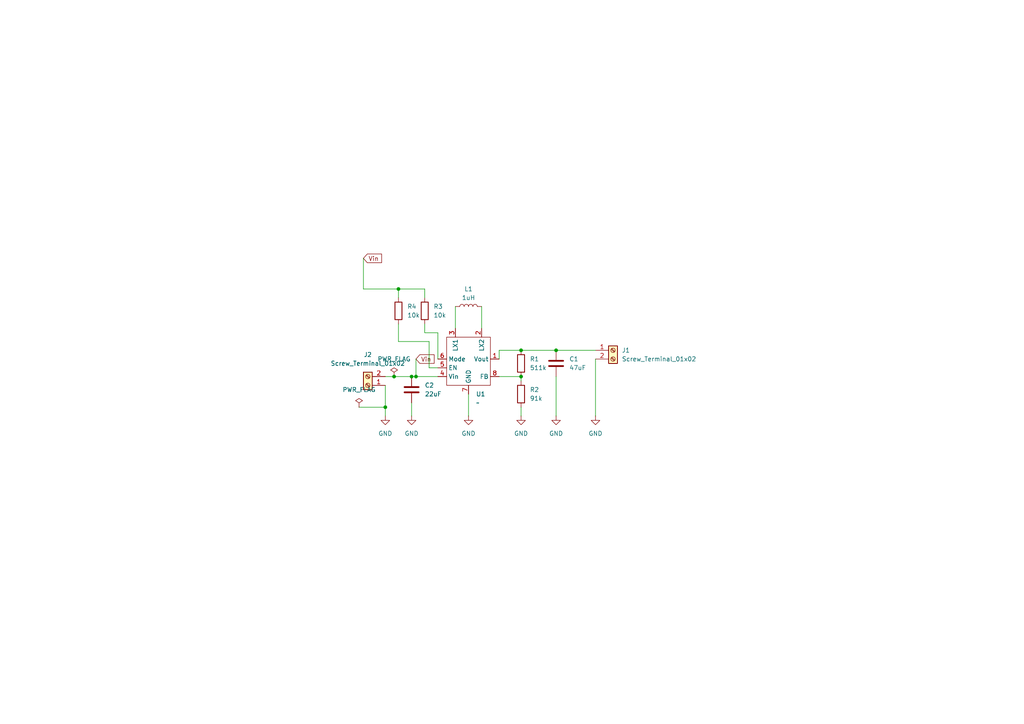
<source format=kicad_sch>
(kicad_sch (version 20250114) (generator "eeschema") (generator_version "9.0")
  (paper "A4")
  (lib_symbols
    (symbol "Connector:Screw_Terminal_01x02" (pin_names (offset 1.016) (hide yes))
      (property "Reference" "J" (at 0 2.54 0))
      (property "Value" "Screw_Terminal_01x02" (at 0 -5.08 0))
      (symbol "Screw_Terminal_01x02_1_1"
        (rectangle (start -1.27 1.27) (end 1.27 -3.81) (stroke (width 0.254)) (fill (type background)))
        (polyline (pts (xy -0.5334 0.3302) (xy 0.3302 -0.508)) (stroke (width 0.1524)))
        (polyline (pts (xy -0.5334 -2.2098) (xy 0.3302 -3.048)) (stroke (width 0.1524)))
        (polyline (pts (xy -0.3556 0.508) (xy 0.508 -0.3302)) (stroke (width 0.1524)))
        (polyline (pts (xy -0.3556 -2.032) (xy 0.508 -2.8702)) (stroke (width 0.1524)))
        (circle (center 0 0) (radius 0.635) (stroke (width 0.1524)))
        (circle (center 0 -2.54) (radius 0.635) (stroke (width 0.1524)))
        (pin passive line (at -5.08 0 0) (length 3.81) (name "Pin_1") (number "1"))
        (pin passive line (at -5.08 -2.54 0) (length 3.81) (name "Pin_2") (number "2"))
      )
    )
    (symbol "Device:C" (pin_numbers (hide yes)) (pin_names (offset 0.254))
      (property "Reference" "C" (at 0.635 2.54 0))
      (property "Value" "C" (at 0.635 -2.54 0))
      (symbol "C_0_1"
        (polyline (pts (xy -2.032 0.762) (xy 2.032 0.762)) (stroke (width 0.508)))
        (polyline (pts (xy -2.032 -0.762) (xy 2.032 -0.762)) (stroke (width 0.508)))
      )
      (symbol "C_1_1"
        (pin passive line (at 0 3.81 270) (length 2.794) (name "~") (number "1"))
        (pin passive line (at 0 -3.81 90) (length 2.794) (name "~") (number "2"))
      )
    )
    (symbol "Device:L" (pin_numbers (hide yes)) (pin_names (offset 1.016) (hide yes))
      (property "Reference" "L" (at -1.27 0 90))
      (property "Value" "L" (at 1.905 0 90))
      (symbol "L_0_1"
        (arc (start 0 2.54) (mid 0.6323 1.905) (end 0 1.27))
        (arc (start 0 1.27) (mid 0.6323 0.635) (end 0 0))
        (arc (start 0 0) (mid 0.6323 -0.635) (end 0 -1.27))
        (arc (start 0 -1.27) (mid 0.6323 -1.905) (end 0 -2.54))
      )
      (symbol "L_1_1"
        (pin passive line (at 0 3.81 270) (length 1.27) (name "1") (number "1"))
        (pin passive line (at 0 -3.81 90) (length 1.27) (name "2") (number "2"))
      )
    )
    (symbol "Device:R" (pin_numbers (hide yes)) (pin_names (offset 0))
      (property "Reference" "R" (at 2.032 0 90))
      (property "Value" "R" (at 0 0 90))
      (symbol "R_0_1"
        (rectangle (start -1.016 -2.54) (end 1.016 2.54) (stroke (width 0.254)))
      )
      (symbol "R_1_1"
        (pin passive line (at 0 3.81 270) (length 1.27) (name "~") (number "1"))
        (pin passive line (at 0 -3.81 90) (length 1.27) (name "~") (number "2"))
      )
    )
    (symbol "TPS631000:TPS631000"
      (property "Reference" "U" (at 0 6.35 0))
      (symbol "TPS631000_0_1"
        (rectangle (start -6.35 7.62) (end 6.35 -6.35))
      )
      (symbol "TPS631000_1_1"
        (pin input line (at -8.89 1.27 0) (length 2.54) (name "Mode") (number "6"))
        (pin input line (at -8.89 -1.27 0) (length 2.54) (name "EN") (number "5"))
        (pin power_in line (at -8.89 -3.81 0) (length 2.54) (name "Vin") (number "4"))
        (pin power_out line (at -3.81 10.16 270) (length 2.54) (name "LX1") (number "3"))
        (pin power_in line (at 0 -8.89 90) (length 2.54) (name "GND") (number "7"))
        (pin power_out line (at 3.81 10.16 270) (length 2.54) (name "LX2") (number "2"))
        (pin power_out line (at 8.89 1.27 180) (length 2.54) (name "Vout") (number "1"))
        (pin input line (at 8.89 -3.81 180) (length 2.54) (name "FB") (number "8"))
      )
    )
    (symbol "power:GND" (power) (pin_numbers (hide yes)) (pin_names (offset 0) (hide yes))
      (property "Value" "GND" (at 0 -3.81 0))
      (symbol "GND_0_1"
        (polyline (pts (xy 0 0) (xy 0 -1.27) (xy 1.27 -1.27) (xy 0 -2.54) (xy -1.27 -1.27) (xy 0 -1.27)))
      )
      (symbol "GND_1_1"
        (pin power_in line (at 0 0 270) (length 0) (name "~") (number "1"))
      )
    )
    (symbol "power:PWR_FLAG" (power) (pin_numbers (hide yes)) (pin_names (offset 0) (hide yes))
      (property "Value" "PWR_FLAG" (at 0 3.81 0))
      (symbol "PWR_FLAG_0_0"
        (pin power_out line (at 0 0 90) (length 0) (name "~") (number "1"))
      )
      (symbol "PWR_FLAG_0_1"
        (polyline (pts (xy 0 0) (xy 0 1.27) (xy -1.016 1.905) (xy 0 2.54) (xy 1.016 1.905) (xy 0 1.27)))
      )
    )
  )
  (junction (at 151.13 101.6))
  (junction (at 161.29 101.6))
  (junction (at 119.38 109.22))
  (junction (at 114.3 109.22))
  (junction (at 151.13 109.22))
  (junction (at 111.76 118.11))
  (junction (at 115.57 83.82))
  (junction (at 120.65 109.22))
  (wire (pts (xy 111.76 111.76) (xy 111.76 118.11)))
  (wire (pts (xy 127 96.52) (xy 123.19 96.52)))
  (wire (pts (xy 151.13 101.6) (xy 161.29 101.6)))
  (wire (pts (xy 127 104.14) (xy 127 96.52)))
  (wire (pts (xy 127 106.68) (xy 124.46 106.68)))
  (wire (pts (xy 144.78 104.14) (xy 144.78 101.6)))
  (wire (pts (xy 123.19 93.98) (xy 123.19 96.52)))
  (wire (pts (xy 120.65 104.14) (xy 120.65 109.22)))
  (wire (pts (xy 105.41 74.93) (xy 105.41 83.82)))
  (wire (pts (xy 144.78 109.22) (xy 151.13 109.22)))
  (wire (pts (xy 115.57 99.06) (xy 115.57 93.98)))
  (wire (pts (xy 135.89 114.3) (xy 135.89 120.65)))
  (wire (pts (xy 123.19 83.82) (xy 123.19 86.36)))
  (wire (pts (xy 139.7 88.9) (xy 139.7 95.25)))
  (wire (pts (xy 124.46 106.68) (xy 124.46 99.06)))
  (wire (pts (xy 114.3 109.22) (xy 119.38 109.22)))
  (wire (pts (xy 119.38 109.22) (xy 120.65 109.22)))
  (wire (pts (xy 151.13 109.22) (xy 151.13 110.49)))
  (wire (pts (xy 132.08 88.9) (xy 132.08 95.25)))
  (wire (pts (xy 172.72 104.14) (xy 172.72 120.65)))
  (wire (pts (xy 161.29 109.22) (xy 161.29 120.65)))
  (wire (pts (xy 144.78 101.6) (xy 151.13 101.6)))
  (wire (pts (xy 120.65 109.22) (xy 127 109.22)))
  (wire (pts (xy 111.76 109.22) (xy 114.3 109.22)))
  (wire (pts (xy 115.57 83.82) (xy 123.19 83.82)))
  (wire (pts (xy 151.13 118.11) (xy 151.13 120.65)))
  (wire (pts (xy 119.38 116.84) (xy 119.38 120.65)))
  (wire (pts (xy 115.57 99.06) (xy 124.46 99.06)))
  (wire (pts (xy 105.41 83.82) (xy 115.57 83.82)))
  (wire (pts (xy 115.57 83.82) (xy 115.57 86.36)))
  (wire (pts (xy 161.29 101.6) (xy 172.72 101.6)))
  (wire (pts (xy 111.76 118.11) (xy 111.76 120.65)))
  (wire (pts (xy 104.14 118.11) (xy 111.76 118.11)))
  (global_label "Vin" (shape input) (at 105.41 74.93 0) (property "Intersheetrefs" "${INTERSHEET_REFS}" (effects (hide yes))))
  (global_label "Vin" (shape input) (at 120.65 104.14 0) (property "Intersheetrefs" "${INTERSHEET_REFS}" (effects (hide yes))))
  (symbol (lib_id "Device:L") (at 135.89 88.9 90) (unit 1)
    (property "Reference" "L1" (at 135.89 83.82 90))
    (property "Value" "1uH" (at 135.89 86.36 90))
    (property "Description" "Inductor" (effects (hide yes)))
  )
  (symbol (lib_id "power:PWR_FLAG") (at 104.14 118.11 0) (unit 1)
    (property "Reference" "#FLG02" (effects (hide yes)))
    (property "Value" "PWR_FLAG" (at 104.14 113.03 0))
    (property "Description" "Special symbol for telling ERC where power comes from" (effects (hide yes)))
  )
  (symbol (lib_id "Device:C") (at 161.29 105.41 0) (unit 1)
    (property "Reference" "C1" (at 165.1 104.1399 0) (effects (justify left)))
    (property "Value" "47uF" (at 165.1 106.6799 0) (effects (justify left)))
    (property "Description" "Unpolarized capacitor" (effects (hide yes)))
  )
  (symbol (lib_id "power:GND") (at 135.89 120.65 0) (unit 1)
    (property "Reference" "#PWR02" (effects (hide yes)))
    (property "Value" "GND" (at 135.89 125.73 0))
    (property "Description" "Power symbol creates a global label with name \"GND\" , ground" (effects (hide yes)))
  )
  (symbol (lib_id "Device:R") (at 151.13 105.41 0) (unit 1)
    (property "Reference" "R1" (at 153.67 104.1399 0) (effects (justify left)))
    (property "Value" "511k" (at 153.67 106.6799 0) (effects (justify left)))
    (property "Description" "Resistor" (effects (hide yes)))
  )
  (symbol (lib_id "power:GND") (at 111.76 120.65 0) (unit 1)
    (property "Reference" "#PWR06" (effects (hide yes)))
    (property "Value" "GND" (at 111.76 125.73 0))
    (property "Description" "Power symbol creates a global label with name \"GND\" , ground" (effects (hide yes)))
  )
  (symbol (lib_id "power:PWR_FLAG") (at 114.3 109.22 0) (unit 1)
    (property "Reference" "#FLG01" (effects (hide yes)))
    (property "Value" "PWR_FLAG" (at 114.3 104.14 0))
    (property "Description" "Special symbol for telling ERC where power comes from" (effects (hide yes)))
  )
  (symbol (lib_id "Device:R") (at 123.19 90.17 0) (unit 1)
    (property "Reference" "R3" (at 125.73 88.8999 0) (effects (justify left)))
    (property "Value" "10k" (at 125.73 91.4399 0) (effects (justify left)))
    (property "Description" "Resistor" (effects (hide yes)))
  )
  (symbol (lib_id "Connector:Screw_Terminal_01x02") (at 106.68 111.76 180) (unit 1)
    (property "Reference" "J2" (at 106.68 102.87 0))
    (property "Value" "Screw_Terminal_01x02" (at 106.68 105.41 0))
    (property "Description" "Generic screw terminal, single row, 01x02, script generated (kicad-library-utils/schlib/autogen/connector/)" (effects (hide yes)))
  )
  (symbol (lib_id "power:GND") (at 172.72 120.65 0) (unit 1)
    (property "Reference" "#PWR05" (effects (hide yes)))
    (property "Value" "GND" (at 172.72 125.73 0))
    (property "Description" "Power symbol creates a global label with name \"GND\" , ground" (effects (hide yes)))
  )
  (symbol (lib_id "Connector:Screw_Terminal_01x02") (at 177.8 101.6 0) (unit 1)
    (property "Reference" "J1" (at 180.34 101.5999 0) (effects (justify left)))
    (property "Value" "Screw_Terminal_01x02" (at 180.34 104.1399 0) (effects (justify left)))
    (property "Description" "Generic screw terminal, single row, 01x02, script generated (kicad-library-utils/schlib/autogen/connector/)" (effects (hide yes)))
  )
  (symbol (lib_id "Device:R") (at 115.57 90.17 0) (unit 1)
    (property "Reference" "R4" (at 118.11 88.8999 0) (effects (justify left)))
    (property "Value" "10k" (at 118.11 91.4399 0) (effects (justify left)))
    (property "Description" "Resistor" (effects (hide yes)))
  )
  (symbol (lib_id "power:GND") (at 151.13 120.65 0) (unit 1)
    (property "Reference" "#PWR01" (effects (hide yes)))
    (property "Value" "GND" (at 151.13 125.73 0))
    (property "Description" "Power symbol creates a global label with name \"GND\" , ground" (effects (hide yes)))
  )
  (symbol (lib_id "power:GND") (at 161.29 120.65 0) (unit 1)
    (property "Reference" "#PWR04" (effects (hide yes)))
    (property "Value" "GND" (at 161.29 125.73 0))
    (property "Description" "Power symbol creates a global label with name \"GND\" , ground" (effects (hide yes)))
  )
  (symbol (lib_id "TPS631000:TPS631000") (at 135.89 105.41 0) (unit 1)
    (property "Reference" "U1" (at 138.0333 114.3 0) (effects (justify left)))
    (property "Value" "~" (at 138.0333 116.84 0) (effects (justify left)))
  )
  (symbol (lib_id "Device:C") (at 119.38 113.03 0) (unit 1)
    (property "Reference" "C2" (at 123.19 111.7599 0) (effects (justify left)))
    (property "Value" "22uF" (at 123.19 114.2999 0) (effects (justify left)))
    (property "Description" "Unpolarized capacitor" (effects (hide yes)))
  )
  (symbol (lib_id "Device:R") (at 151.13 114.3 0) (unit 1)
    (property "Reference" "R2" (at 153.67 113.0299 0) (effects (justify left)))
    (property "Value" "91k" (at 153.67 115.5699 0) (effects (justify left)))
    (property "Description" "Resistor" (effects (hide yes)))
  )
  (symbol (lib_id "power:GND") (at 119.38 120.65 0) (unit 1)
    (property "Reference" "#PWR03" (effects (hide yes)))
    (property "Value" "GND" (at 119.38 125.73 0))
    (property "Description" "Power symbol creates a global label with name \"GND\" , ground" (effects (hide yes)))
  )
)
</source>
